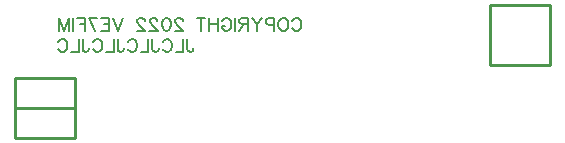
<source format=gbo>
G04 Layer: BottomSilkscreenLayer*
G04 Panelize: V-CUT, Column: 2, Row: 2, Board Size: 58.42mm x 58.42mm, Panelized Board Size: 118.84mm x 118.84mm*
G04 EasyEDA v6.5.34, 2023-08-04 19:32:33*
G04 a0606e6caba547089c08a3f75083e84a,5a6b42c53f6a479593ecc07194224c93,10*
G04 Gerber Generator version 0.2*
G04 Scale: 100 percent, Rotated: No, Reflected: No *
G04 Dimensions in millimeters *
G04 leading zeros omitted , absolute positions ,4 integer and 5 decimal *
%FSLAX45Y45*%
%MOMM*%

%ADD10C,0.1520*%
%ADD11C,0.1524*%
%ADD12C,0.2540*%

%LPD*%
D10*
X1878444Y5423938D02*
G01*
X1878444Y5340812D01*
X1883641Y5325224D01*
X1888835Y5320029D01*
X1899226Y5314835D01*
X1909617Y5314835D01*
X1920008Y5320029D01*
X1925205Y5325224D01*
X1930400Y5340812D01*
X1930400Y5351203D01*
X1844154Y5423938D02*
G01*
X1844154Y5314835D01*
X1844154Y5314835D02*
G01*
X1781810Y5314835D01*
X1669587Y5397962D02*
G01*
X1674784Y5408353D01*
X1685175Y5418744D01*
X1695564Y5423938D01*
X1716346Y5423938D01*
X1726737Y5418744D01*
X1737128Y5408353D01*
X1742325Y5397962D01*
X1747520Y5382374D01*
X1747520Y5356397D01*
X1742325Y5340812D01*
X1737128Y5330421D01*
X1726737Y5320029D01*
X1716346Y5314835D01*
X1695564Y5314835D01*
X1685175Y5320029D01*
X1674784Y5330421D01*
X1669587Y5340812D01*
X1583344Y5423938D02*
G01*
X1583344Y5340812D01*
X1588538Y5325224D01*
X1593735Y5320029D01*
X1604124Y5314835D01*
X1614515Y5314835D01*
X1624906Y5320029D01*
X1630103Y5325224D01*
X1635297Y5340812D01*
X1635297Y5351203D01*
X1549054Y5423938D02*
G01*
X1549054Y5314835D01*
X1549054Y5314835D02*
G01*
X1486707Y5314835D01*
X1374485Y5397962D02*
G01*
X1379682Y5408353D01*
X1390073Y5418744D01*
X1400464Y5423938D01*
X1421244Y5423938D01*
X1431635Y5418744D01*
X1442026Y5408353D01*
X1447223Y5397962D01*
X1452417Y5382374D01*
X1452417Y5356397D01*
X1447223Y5340812D01*
X1442026Y5330421D01*
X1431635Y5320029D01*
X1421244Y5314835D01*
X1400464Y5314835D01*
X1390073Y5320029D01*
X1379682Y5330421D01*
X1374485Y5340812D01*
X1288242Y5423938D02*
G01*
X1288242Y5340812D01*
X1293436Y5325224D01*
X1298633Y5320029D01*
X1309024Y5314835D01*
X1319415Y5314835D01*
X1329804Y5320029D01*
X1335001Y5325224D01*
X1340195Y5340812D01*
X1340195Y5351203D01*
X1253952Y5423938D02*
G01*
X1253952Y5314835D01*
X1253952Y5314835D02*
G01*
X1191605Y5314835D01*
X1079385Y5397962D02*
G01*
X1084579Y5408353D01*
X1094971Y5418744D01*
X1105362Y5423938D01*
X1126144Y5423938D01*
X1136535Y5418744D01*
X1146924Y5408353D01*
X1152121Y5397962D01*
X1157315Y5382374D01*
X1157315Y5356397D01*
X1152121Y5340812D01*
X1146924Y5330421D01*
X1136535Y5320029D01*
X1126144Y5314835D01*
X1105362Y5314835D01*
X1094971Y5320029D01*
X1084579Y5330421D01*
X1079385Y5340812D01*
X993139Y5423938D02*
G01*
X993139Y5340812D01*
X998334Y5325224D01*
X1003531Y5320029D01*
X1013922Y5314835D01*
X1024313Y5314835D01*
X1034704Y5320029D01*
X1039898Y5325224D01*
X1045095Y5340812D01*
X1045095Y5351203D01*
X958850Y5423938D02*
G01*
X958850Y5314835D01*
X958850Y5314835D02*
G01*
X896505Y5314835D01*
X784283Y5397962D02*
G01*
X789477Y5408353D01*
X799868Y5418744D01*
X810260Y5423938D01*
X831042Y5423938D01*
X841433Y5418744D01*
X851824Y5408353D01*
X857018Y5397962D01*
X862215Y5382374D01*
X862215Y5356397D01*
X857018Y5340812D01*
X851824Y5330421D01*
X841433Y5320029D01*
X831042Y5314835D01*
X810260Y5314835D01*
X799868Y5320029D01*
X789477Y5330421D01*
X784283Y5340812D01*
D11*
X2766822Y5575807D02*
G01*
X2772156Y5586221D01*
X2782570Y5596636D01*
X2792729Y5601715D01*
X2813558Y5601715D01*
X2823972Y5596636D01*
X2834386Y5586221D01*
X2839720Y5575807D01*
X2844800Y5560060D01*
X2844800Y5534152D01*
X2839720Y5518657D01*
X2834386Y5508244D01*
X2823972Y5497829D01*
X2813558Y5492750D01*
X2792729Y5492750D01*
X2782570Y5497829D01*
X2772156Y5508244D01*
X2766822Y5518657D01*
X2701290Y5601715D02*
G01*
X2711704Y5596636D01*
X2722118Y5586221D01*
X2727452Y5575807D01*
X2732531Y5560060D01*
X2732531Y5534152D01*
X2727452Y5518657D01*
X2722118Y5508244D01*
X2711704Y5497829D01*
X2701290Y5492750D01*
X2680715Y5492750D01*
X2670302Y5497829D01*
X2659888Y5508244D01*
X2654554Y5518657D01*
X2649474Y5534152D01*
X2649474Y5560060D01*
X2654554Y5575807D01*
X2659888Y5586221D01*
X2670302Y5596636D01*
X2680715Y5601715D01*
X2701290Y5601715D01*
X2615184Y5601715D02*
G01*
X2615184Y5492750D01*
X2615184Y5601715D02*
G01*
X2568447Y5601715D01*
X2552700Y5596636D01*
X2547620Y5591302D01*
X2542540Y5580887D01*
X2542540Y5565394D01*
X2547620Y5554979D01*
X2552700Y5549900D01*
X2568447Y5544565D01*
X2615184Y5544565D01*
X2508250Y5601715D02*
G01*
X2466593Y5549900D01*
X2466593Y5492750D01*
X2424938Y5601715D02*
G01*
X2466593Y5549900D01*
X2390647Y5601715D02*
G01*
X2390647Y5492750D01*
X2390647Y5601715D02*
G01*
X2343911Y5601715D01*
X2328418Y5596636D01*
X2323084Y5591302D01*
X2318004Y5580887D01*
X2318004Y5570473D01*
X2323084Y5560060D01*
X2328418Y5554979D01*
X2343911Y5549900D01*
X2390647Y5549900D01*
X2354325Y5549900D02*
G01*
X2318004Y5492750D01*
X2283713Y5601715D02*
G01*
X2283713Y5492750D01*
X2171445Y5575807D02*
G01*
X2176779Y5586221D01*
X2186940Y5596636D01*
X2197354Y5601715D01*
X2218181Y5601715D01*
X2228595Y5596636D01*
X2239009Y5586221D01*
X2244090Y5575807D01*
X2249424Y5560060D01*
X2249424Y5534152D01*
X2244090Y5518657D01*
X2239009Y5508244D01*
X2228595Y5497829D01*
X2218181Y5492750D01*
X2197354Y5492750D01*
X2186940Y5497829D01*
X2176779Y5508244D01*
X2171445Y5518657D01*
X2171445Y5534152D01*
X2197354Y5534152D02*
G01*
X2171445Y5534152D01*
X2137156Y5601715D02*
G01*
X2137156Y5492750D01*
X2064511Y5601715D02*
G01*
X2064511Y5492750D01*
X2137156Y5549900D02*
G01*
X2064511Y5549900D01*
X1993900Y5601715D02*
G01*
X1993900Y5492750D01*
X2030222Y5601715D02*
G01*
X1957324Y5601715D01*
X1837944Y5575807D02*
G01*
X1837944Y5580887D01*
X1832610Y5591302D01*
X1827529Y5596636D01*
X1817115Y5601715D01*
X1796287Y5601715D01*
X1785873Y5596636D01*
X1780794Y5591302D01*
X1775460Y5580887D01*
X1775460Y5570473D01*
X1780794Y5560060D01*
X1791207Y5544565D01*
X1843023Y5492750D01*
X1770379Y5492750D01*
X1704847Y5601715D02*
G01*
X1720595Y5596636D01*
X1731010Y5580887D01*
X1736089Y5554979D01*
X1736089Y5539486D01*
X1731010Y5513323D01*
X1720595Y5497829D01*
X1704847Y5492750D01*
X1694434Y5492750D01*
X1678939Y5497829D01*
X1668526Y5513323D01*
X1663445Y5539486D01*
X1663445Y5554979D01*
X1668526Y5580887D01*
X1678939Y5596636D01*
X1694434Y5601715D01*
X1704847Y5601715D01*
X1623821Y5575807D02*
G01*
X1623821Y5580887D01*
X1618742Y5591302D01*
X1613407Y5596636D01*
X1602994Y5601715D01*
X1582420Y5601715D01*
X1572005Y5596636D01*
X1566671Y5591302D01*
X1561592Y5580887D01*
X1561592Y5570473D01*
X1566671Y5560060D01*
X1577086Y5544565D01*
X1629155Y5492750D01*
X1556257Y5492750D01*
X1516887Y5575807D02*
G01*
X1516887Y5580887D01*
X1511554Y5591302D01*
X1506473Y5596636D01*
X1496060Y5601715D01*
X1475231Y5601715D01*
X1464818Y5596636D01*
X1459737Y5591302D01*
X1454404Y5580887D01*
X1454404Y5570473D01*
X1459737Y5560060D01*
X1470152Y5544565D01*
X1521968Y5492750D01*
X1449323Y5492750D01*
X1335023Y5601715D02*
G01*
X1293368Y5492750D01*
X1251965Y5601715D02*
G01*
X1293368Y5492750D01*
X1217676Y5601715D02*
G01*
X1217676Y5492750D01*
X1217676Y5601715D02*
G01*
X1150112Y5601715D01*
X1217676Y5549900D02*
G01*
X1176020Y5549900D01*
X1217676Y5492750D02*
G01*
X1150112Y5492750D01*
X1042923Y5601715D02*
G01*
X1094994Y5492750D01*
X1115821Y5601715D02*
G01*
X1042923Y5601715D01*
X1008634Y5601715D02*
G01*
X1008634Y5492750D01*
X1008634Y5601715D02*
G01*
X941070Y5601715D01*
X1008634Y5549900D02*
G01*
X967231Y5549900D01*
X906779Y5601715D02*
G01*
X906779Y5492750D01*
X872489Y5601715D02*
G01*
X872489Y5492750D01*
X872489Y5601715D02*
G01*
X831087Y5492750D01*
X789431Y5601715D02*
G01*
X831087Y5492750D01*
X789431Y5601715D02*
G01*
X789431Y5492750D01*
D12*
X927100Y4838687D02*
G01*
X419100Y4838687D01*
X419100Y4838687D02*
G01*
X927100Y4838687D01*
X419100Y4838687D02*
G01*
X419100Y5092687D01*
X419100Y4838687D02*
G01*
X419100Y5092687D01*
X927100Y5092687D01*
X927100Y4838687D01*
X927100Y4838687D02*
G01*
X927100Y4584687D01*
X419100Y4584687D01*
X419100Y4838687D01*
X419100Y4584687D02*
G01*
X419100Y4838687D01*
X4445000Y5715000D02*
G01*
X4953000Y5715000D01*
X4953000Y5207000D01*
X4445000Y5207000D01*
X4445000Y5715000D01*
M02*

</source>
